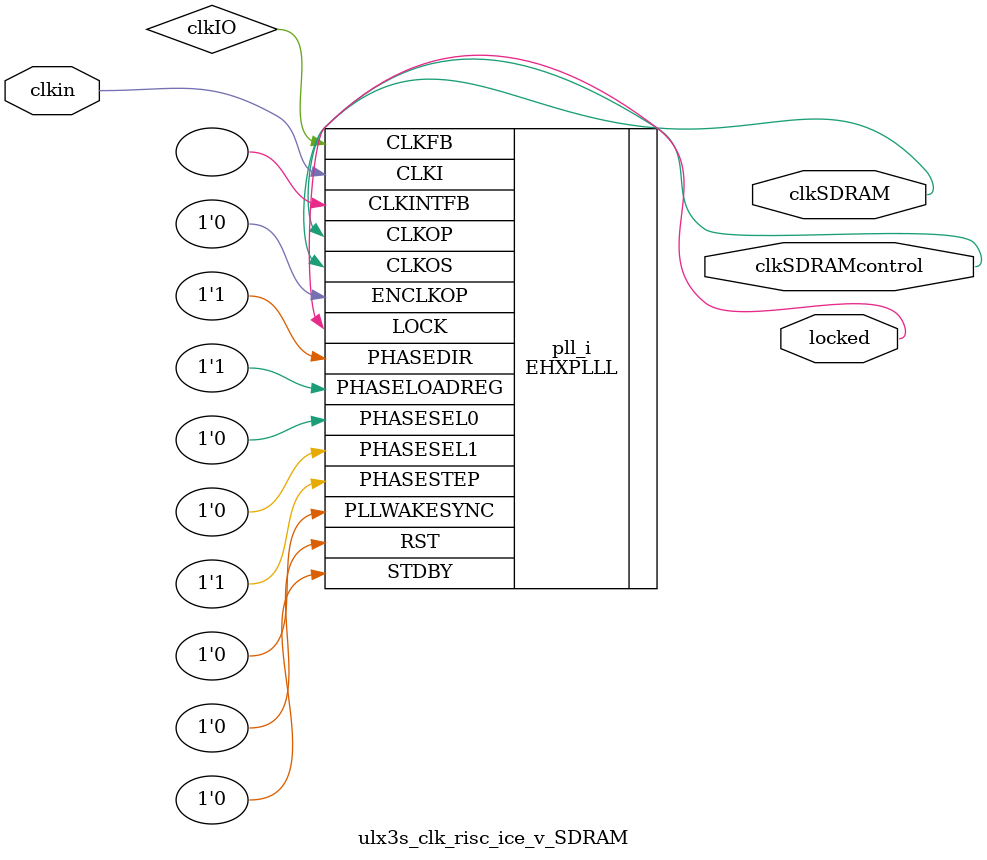
<source format=v>
module ulx3s_clk_risc_ice_v_SDRAM
(
    input   clkin,              // 25 MHz, 0 deg
    output  clkSDRAM,           // 100 MHz, 0 deg       // SDRAM
    output  clkSDRAMcontrol,    // 100 MHz, 180 deg     // SDRAM controller
    output  locked
);
(* FREQUENCY_PIN_CLKI="25" *)
(* FREQUENCY_PIN_CLKOP="50" *)
(* FREQUENCY_PIN_CLKOS="25" *)
(* ICP_CURRENT="12" *) (* LPF_RESISTOR="8" *) (* MFG_ENABLE_FILTEROPAMP="1" *) (* MFG_GMCREF_SEL="2" *)
EHXPLLL #(
        .PLLRST_ENA("DISABLED"),
        .INTFB_WAKE("DISABLED"),
        .STDBY_ENABLE("DISABLED"),
        .DPHASE_SOURCE("DISABLED"),
        .OUTDIVIDER_MUXA("DIVA"),
        .OUTDIVIDER_MUXB("DIVB"),
        .OUTDIVIDER_MUXC("DIVC"),
        .OUTDIVIDER_MUXD("DIVD"),
        .CLKI_DIV(1),
        .CLKOP_ENABLE("ENABLED"),
        .CLKOP_DIV(6),
        .CLKOP_CPHASE(5),
        .CLKOP_FPHASE(0),
        .CLKOS_ENABLE("ENABLED"),
        .CLKOS_DIV(6),
        .CLKOS_CPHASE(8),
        .CLKOS_FPHASE(0),
        .FEEDBK_PATH("CLKOP"),
        .CLKFB_DIV(2)
    ) pll_i (
        .RST(1'b0),
        .STDBY(1'b0),
        .CLKI(clkin),
        .CLKOP(clkSDRAM),
        .CLKOS(clkSDRAMcontrol),
        .CLKFB(clkIO),
        .CLKINTFB(),
        .PHASESEL0(1'b0),
        .PHASESEL1(1'b0),
        .PHASEDIR(1'b1),
        .PHASESTEP(1'b1),
        .PHASELOADREG(1'b1),
        .PLLWAKESYNC(1'b0),
        .ENCLKOP(1'b0),
        .LOCK(locked)
	);
endmodule

</source>
